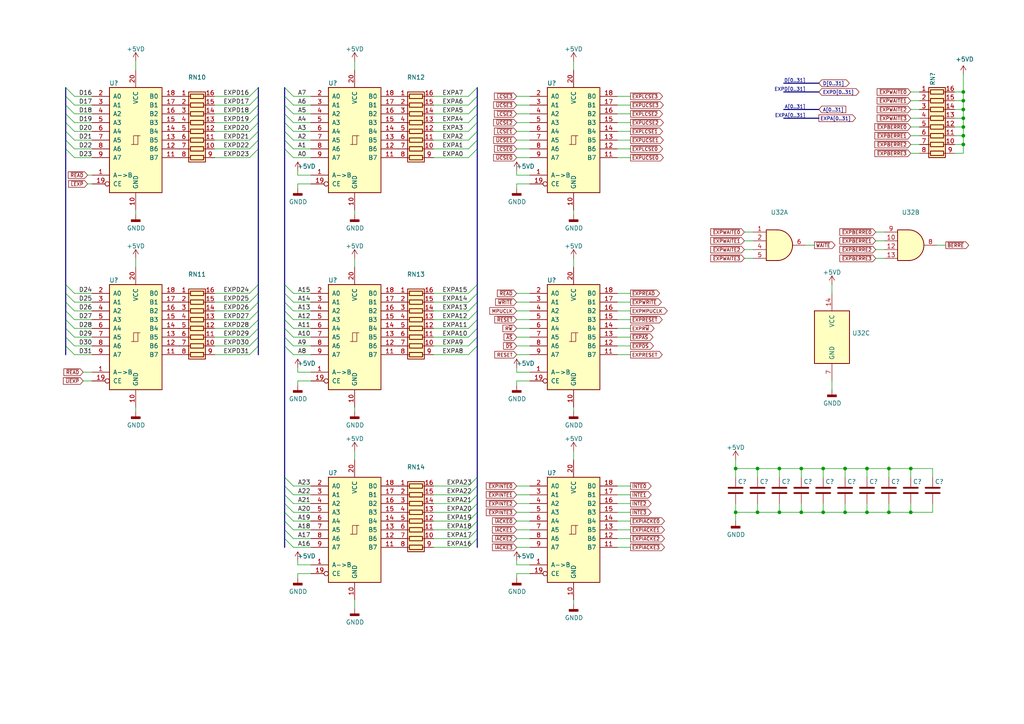
<source format=kicad_sch>
(kicad_sch (version 20211123) (generator eeschema)
  (paper "A4")
  (title_block (title "MAXI030 - 68030 based expandable computer") (date "2021-10-02") (comment 1 "Lawrence Manning"))
  (lib_symbols
    (symbol "74xx:74HC245" (pin_names (offset 1.016))
      (property "Reference" "U" (at -7.62 16.51 0))
      (property "Value" "74HC245" (at -7.62 -16.51 0))
      (symbol "74HC245_1_0"
        (pin input line (at -12.7 -10.16 0) (length 5.08) (name "A->B") (number "1"))
        (pin power_in line (at 0 -20.32 90) (length 5.08) (name "GND") (number "10"))
        (pin tri_state line (at 12.7 -5.08 180) (length 5.08) (name "B7") (number "11"))
        (pin tri_state line (at 12.7 -2.54 180) (length 5.08) (name "B6") (number "12"))
        (pin tri_state line (at 12.7 0 180) (length 5.08) (name "B5") (number "13"))
        (pin tri_state line (at 12.7 2.54 180) (length 5.08) (name "B4") (number "14"))
        (pin tri_state line (at 12.7 5.08 180) (length 5.08) (name "B3") (number "15"))
        (pin tri_state line (at 12.7 7.62 180) (length 5.08) (name "B2") (number "16"))
        (pin tri_state line (at 12.7 10.16 180) (length 5.08) (name "B1") (number "17"))
        (pin tri_state line (at 12.7 12.7 180) (length 5.08) (name "B0") (number "18"))
        (pin input inverted (at -12.7 -12.7 0) (length 5.08) (name "CE") (number "19"))
        (pin tri_state line (at -12.7 12.7 0) (length 5.08) (name "A0") (number "2"))
        (pin power_in line (at 0 20.32 270) (length 5.08) (name "VCC") (number "20"))
        (pin tri_state line (at -12.7 10.16 0) (length 5.08) (name "A1") (number "3"))
        (pin tri_state line (at -12.7 7.62 0) (length 5.08) (name "A2") (number "4"))
        (pin tri_state line (at -12.7 5.08 0) (length 5.08) (name "A3") (number "5"))
        (pin tri_state line (at -12.7 2.54 0) (length 5.08) (name "A4") (number "6"))
        (pin tri_state line (at -12.7 0 0) (length 5.08) (name "A5") (number "7"))
        (pin tri_state line (at -12.7 -2.54 0) (length 5.08) (name "A6") (number "8"))
        (pin tri_state line (at -12.7 -5.08 0) (length 5.08) (name "A7") (number "9"))
      )
    )
    (symbol "74xx:74LS21" (pin_names (offset 1.016))
      (property "Reference" "U" (at 0 1.27 0))
      (property "Value" "74LS21" (at 0 -1.27 0))
      (symbol "74LS21_1_1"
        (pin input line (at -7.62 3.81 0) (length 3.81) (name "~") (number "1"))
        (pin input line (at -7.62 1.27 0) (length 3.81) (name "~") (number "2"))
        (pin input line (at -7.62 -1.27 0) (length 3.81) (name "~") (number "4"))
        (pin input line (at -7.62 -3.81 0) (length 3.81) (name "~") (number "5"))
        (pin output line (at 7.62 0 180) (length 3.81) (name "~") (number "6"))
      )
      (symbol "74LS21_1_2"
        (pin input inverted (at -7.62 3.81 0) (length 3.81) (name "~") (number "1"))
        (pin input inverted (at -7.62 1.27 0) (length 4.826) (name "~") (number "2"))
        (pin input inverted (at -7.62 -1.27 0) (length 4.826) (name "~") (number "4"))
        (pin input inverted (at -7.62 -3.81 0) (length 3.81) (name "~") (number "5"))
        (pin output inverted (at 7.62 0 180) (length 3.81) (name "~") (number "6"))
      )
      (symbol "74LS21_2_1"
        (pin input line (at -7.62 1.27 0) (length 3.81) (name "~") (number "10"))
        (pin input line (at -7.62 -1.27 0) (length 3.81) (name "~") (number "12"))
        (pin input line (at -7.62 -3.81 0) (length 3.81) (name "~") (number "13"))
        (pin output line (at 7.62 0 180) (length 3.81) (name "~") (number "8"))
        (pin input line (at -7.62 3.81 0) (length 3.81) (name "~") (number "9"))
      )
      (symbol "74LS21_2_2"
        (pin input inverted (at -7.62 1.27 0) (length 4.826) (name "~") (number "10"))
        (pin input inverted (at -7.62 -1.27 0) (length 4.826) (name "~") (number "12"))
        (pin input inverted (at -7.62 -3.81 0) (length 3.81) (name "~") (number "13"))
        (pin output inverted (at 7.62 0 180) (length 3.81) (name "~") (number "8"))
        (pin input inverted (at -7.62 3.81 0) (length 3.81) (name "~") (number "9"))
      )
      (symbol "74LS21_3_0"
        (pin power_in line (at 0 12.7 270) (length 5.08) (name "VCC") (number "14"))
        (pin power_in line (at 0 -12.7 90) (length 5.08) (name "GND") (number "7"))
      )
    )
    (symbol "Device:C" (pin_numbers hide) (pin_names (offset 0.254))
      (property "Reference" "C" (at 0.635 2.54 0))
      (property "Value" "C" (at 0.635 -2.54 0))
      (symbol "C_1_1"
        (pin passive line (at 0 3.81 270) (length 2.794) (name "~") (number "1"))
        (pin passive line (at 0 -3.81 90) (length 2.794) (name "~") (number "2"))
      )
    )
    (symbol "Device:R_Pack08" (pin_names (offset 0) hide)
      (property "Reference" "RN" (at -12.7 0 90))
      (property "Value" "R_Pack08" (at 10.16 0 90))
      (symbol "R_Pack08_1_1"
        (pin passive line (at -10.16 -5.08 90) (length 2.54) (name "R1.1") (number "1"))
        (pin passive line (at 5.08 5.08 270) (length 2.54) (name "R7.2") (number "10"))
        (pin passive line (at 2.54 5.08 270) (length 2.54) (name "R6.2") (number "11"))
        (pin passive line (at 0 5.08 270) (length 2.54) (name "R5.2") (number "12"))
        (pin passive line (at -2.54 5.08 270) (length 2.54) (name "R4.2") (number "13"))
        (pin passive line (at -5.08 5.08 270) (length 2.54) (name "R3.2") (number "14"))
        (pin passive line (at -7.62 5.08 270) (length 2.54) (name "R2.2") (number "15"))
        (pin passive line (at -10.16 5.08 270) (length 2.54) (name "R1.2") (number "16"))
        (pin passive line (at -7.62 -5.08 90) (length 2.54) (name "R2.1") (number "2"))
        (pin passive line (at -5.08 -5.08 90) (length 2.54) (name "R3.1") (number "3"))
        (pin passive line (at -2.54 -5.08 90) (length 2.54) (name "R4.1") (number "4"))
        (pin passive line (at 0 -5.08 90) (length 2.54) (name "R5.1") (number "5"))
        (pin passive line (at 2.54 -5.08 90) (length 2.54) (name "R6.1") (number "6"))
        (pin passive line (at 5.08 -5.08 90) (length 2.54) (name "R7.1") (number "7"))
        (pin passive line (at 7.62 -5.08 90) (length 2.54) (name "R8.1") (number "8"))
        (pin passive line (at 7.62 5.08 270) (length 2.54) (name "R8.2") (number "9"))
      )
    )
    (symbol "power:+5VD" (power) (pin_names (offset 0))
      (property "Value" "+5VD" (at 0 3.556 0))
      (symbol "+5VD_1_1"
        (pin power_in line (at 0 0 90) (length 0) hide (name "+5VD") (number "1"))
      )
    )
    (symbol "power:GNDD" (power) (pin_names (offset 0))
      (property "Value" "GNDD" (at 0 -3.175 0))
      (symbol "GNDD_1_1"
        (pin power_in line (at 0 0 270) (length 0) hide (name "GNDD") (number "1"))
      )
    )
  )
  (junction (at 219.71 135.89))
  (junction (at 213.36 135.89))
  (junction (at 279.4 41.91))
  (junction (at 279.4 39.37))
  (junction (at 279.4 26.67))
  (junction (at 238.76 148.59))
  (junction (at 232.41 135.89))
  (junction (at 245.11 148.59))
  (junction (at 232.41 148.59))
  (junction (at 257.81 148.59))
  (junction (at 279.4 31.75))
  (junction (at 264.16 135.89))
  (junction (at 279.4 34.29))
  (junction (at 213.36 148.59))
  (junction (at 226.06 135.89))
  (junction (at 251.46 135.89))
  (junction (at 251.46 148.59))
  (junction (at 264.16 148.59))
  (junction (at 245.11 135.89))
  (junction (at 279.4 36.83))
  (junction (at 279.4 29.21))
  (junction (at 226.06 148.59))
  (junction (at 219.71 148.59))
  (junction (at 257.81 135.89))
  (junction (at 238.76 135.89))
  (bus_entry (at 21.59 33.02) (size -2.54 -2.54))
  (bus_entry (at 72.39 92.71) (size 2.54 -2.54))
  (bus_entry (at 135.89 87.63) (size 2.54 -2.54))
  (bus_entry (at 85.09 156.21) (size -2.54 -2.54))
  (bus_entry (at 21.59 87.63) (size -2.54 -2.54))
  (bus_entry (at 135.89 30.48) (size 2.54 -2.54))
  (bus_entry (at 72.39 35.56) (size 2.54 -2.54))
  (bus_entry (at 21.59 43.18) (size -2.54 -2.54))
  (bus_entry (at 85.09 95.25) (size -2.54 -2.54))
  (bus_entry (at 72.39 40.64) (size 2.54 -2.54))
  (bus_entry (at 135.89 153.67) (size 2.54 -2.54))
  (bus_entry (at 135.89 45.72) (size 2.54 -2.54))
  (bus_entry (at 135.89 102.87) (size 2.54 -2.54))
  (bus_entry (at 135.89 158.75) (size 2.54 -2.54))
  (bus_entry (at 135.89 40.64) (size 2.54 -2.54))
  (bus_entry (at 135.89 35.56) (size 2.54 -2.54))
  (bus_entry (at 21.59 40.64) (size -2.54 -2.54))
  (bus_entry (at 85.09 102.87) (size -2.54 -2.54))
  (bus_entry (at 85.09 153.67) (size -2.54 -2.54))
  (bus_entry (at 72.39 45.72) (size 2.54 -2.54))
  (bus_entry (at 135.89 92.71) (size 2.54 -2.54))
  (bus_entry (at 21.59 90.17) (size -2.54 -2.54))
  (bus_entry (at 72.39 87.63) (size 2.54 -2.54))
  (bus_entry (at 85.09 148.59) (size -2.54 -2.54))
  (bus_entry (at 85.09 43.18) (size -2.54 -2.54))
  (bus_entry (at 135.89 85.09) (size 2.54 -2.54))
  (bus_entry (at 85.09 45.72) (size -2.54 -2.54))
  (bus_entry (at 85.09 97.79) (size -2.54 -2.54))
  (bus_entry (at 85.09 100.33) (size -2.54 -2.54))
  (bus_entry (at 135.89 146.05) (size 2.54 -2.54))
  (bus_entry (at 85.09 143.51) (size -2.54 -2.54))
  (bus_entry (at 85.09 87.63) (size -2.54 -2.54))
  (bus_entry (at 21.59 102.87) (size -2.54 -2.54))
  (bus_entry (at 21.59 45.72) (size -2.54 -2.54))
  (bus_entry (at 135.89 148.59) (size 2.54 -2.54))
  (bus_entry (at 72.39 33.02) (size 2.54 -2.54))
  (bus_entry (at 72.39 102.87) (size 2.54 -2.54))
  (bus_entry (at 85.09 158.75) (size -2.54 -2.54))
  (bus_entry (at 72.39 95.25) (size 2.54 -2.54))
  (bus_entry (at 135.89 33.02) (size 2.54 -2.54))
  (bus_entry (at 85.09 33.02) (size -2.54 -2.54))
  (bus_entry (at 135.89 38.1) (size 2.54 -2.54))
  (bus_entry (at 21.59 97.79) (size -2.54 -2.54))
  (bus_entry (at 85.09 85.09) (size -2.54 -2.54))
  (bus_entry (at 85.09 92.71) (size -2.54 -2.54))
  (bus_entry (at 72.39 27.94) (size 2.54 -2.54))
  (bus_entry (at 135.89 151.13) (size 2.54 -2.54))
  (bus_entry (at 72.39 30.48) (size 2.54 -2.54))
  (bus_entry (at 85.09 90.17) (size -2.54 -2.54))
  (bus_entry (at 21.59 35.56) (size -2.54 -2.54))
  (bus_entry (at 21.59 92.71) (size -2.54 -2.54))
  (bus_entry (at 85.09 140.97) (size -2.54 -2.54))
  (bus_entry (at 72.39 100.33) (size 2.54 -2.54))
  (bus_entry (at 85.09 30.48) (size -2.54 -2.54))
  (bus_entry (at 72.39 90.17) (size 2.54 -2.54))
  (bus_entry (at 85.09 38.1) (size -2.54 -2.54))
  (bus_entry (at 72.39 43.18) (size 2.54 -2.54))
  (bus_entry (at 135.89 95.25) (size 2.54 -2.54))
  (bus_entry (at 21.59 30.48) (size -2.54 -2.54))
  (bus_entry (at 135.89 97.79) (size 2.54 -2.54))
  (bus_entry (at 135.89 27.94) (size 2.54 -2.54))
  (bus_entry (at 135.89 143.51) (size 2.54 -2.54))
  (bus_entry (at 72.39 38.1) (size 2.54 -2.54))
  (bus_entry (at 135.89 43.18) (size 2.54 -2.54))
  (bus_entry (at 135.89 90.17) (size 2.54 -2.54))
  (bus_entry (at 72.39 85.09) (size 2.54 -2.54))
  (bus_entry (at 21.59 85.09) (size -2.54 -2.54))
  (bus_entry (at 85.09 35.56) (size -2.54 -2.54))
  (bus_entry (at 85.09 151.13) (size -2.54 -2.54))
  (bus_entry (at 135.89 156.21) (size 2.54 -2.54))
  (bus_entry (at 85.09 146.05) (size -2.54 -2.54))
  (bus_entry (at 21.59 27.94) (size -2.54 -2.54))
  (bus_entry (at 21.59 100.33) (size -2.54 -2.54))
  (bus_entry (at 21.59 95.25) (size -2.54 -2.54))
  (bus_entry (at 85.09 27.94) (size -2.54 -2.54))
  (bus_entry (at 21.59 38.1) (size -2.54 -2.54))
  (bus_entry (at 72.39 97.79) (size 2.54 -2.54))
  (bus_entry (at 135.89 140.97) (size 2.54 -2.54))
  (bus_entry (at 85.09 40.64) (size -2.54 -2.54))
  (bus_entry (at 135.89 100.33) (size 2.54 -2.54))
  (wire (pts (xy 21.59 35.56) (xy 26.67 35.56)))
  (wire (pts (xy 245.11 148.59) (xy 238.76 148.59)))
  (wire (pts (xy 62.23 40.64) (xy 72.39 40.64)))
  (wire (pts (xy 256.54 74.93) (xy 254 74.93)))
  (bus (pts (xy 74.93 27.94) (xy 74.93 30.48)))
  (wire (pts (xy 256.54 72.39) (xy 254 72.39)))
  (wire (pts (xy 39.37 62.23) (xy 39.37 60.96)))
  (wire (pts (xy 238.76 146.05) (xy 238.76 148.59)))
  (bus (pts (xy 82.55 143.51) (xy 82.55 146.05)))
  (wire (pts (xy 21.59 87.63) (xy 26.67 87.63)))
  (wire (pts (xy 85.09 97.79) (xy 90.17 97.79)))
  (wire (pts (xy 279.4 39.37) (xy 279.4 41.91)))
  (bus (pts (xy 138.43 87.63) (xy 138.43 90.17)))
  (wire (pts (xy 149.86 163.83) (xy 149.86 162.56)))
  (wire (pts (xy 232.41 135.89) (xy 238.76 135.89)))
  (wire (pts (xy 153.67 92.71) (xy 149.86 92.71)))
  (wire (pts (xy 62.23 100.33) (xy 72.39 100.33)))
  (wire (pts (xy 153.67 45.72) (xy 149.86 45.72)))
  (bus (pts (xy 74.93 82.55) (xy 74.93 85.09)))
  (bus (pts (xy 82.55 27.94) (xy 82.55 30.48)))
  (wire (pts (xy 21.59 27.94) (xy 26.67 27.94)))
  (wire (pts (xy 232.41 146.05) (xy 232.41 148.59)))
  (wire (pts (xy 62.23 102.87) (xy 72.39 102.87)))
  (wire (pts (xy 86.36 50.8) (xy 86.36 49.53)))
  (wire (pts (xy 218.44 67.31) (xy 215.9 67.31)))
  (wire (pts (xy 85.09 95.25) (xy 90.17 95.25)))
  (wire (pts (xy 149.86 107.95) (xy 149.86 106.68)))
  (wire (pts (xy 182.88 45.72) (xy 179.07 45.72)))
  (bus (pts (xy 138.43 82.55) (xy 138.43 85.09)))
  (wire (pts (xy 85.09 158.75) (xy 90.17 158.75)))
  (bus (pts (xy 74.93 90.17) (xy 74.93 92.71)))
  (bus (pts (xy 138.43 90.17) (xy 138.43 92.71)))
  (bus (pts (xy 138.43 95.25) (xy 138.43 97.79)))
  (wire (pts (xy 266.7 34.29) (xy 264.16 34.29)))
  (wire (pts (xy 232.41 135.89) (xy 232.41 138.43)))
  (bus (pts (xy 138.43 138.43) (xy 138.43 140.97)))
  (wire (pts (xy 85.09 153.67) (xy 90.17 153.67)))
  (wire (pts (xy 102.87 173.99) (xy 102.87 176.53)))
  (wire (pts (xy 153.67 140.97) (xy 149.86 140.97)))
  (wire (pts (xy 238.76 148.59) (xy 232.41 148.59)))
  (bus (pts (xy 19.05 35.56) (xy 19.05 38.1)))
  (wire (pts (xy 182.88 27.94) (xy 179.07 27.94)))
  (bus (pts (xy 74.93 100.33) (xy 74.93 102.87)))
  (bus (pts (xy 138.43 156.21) (xy 138.43 158.75)))
  (wire (pts (xy 125.73 90.17) (xy 135.89 90.17)))
  (bus (pts (xy 138.43 33.02) (xy 138.43 35.56)))
  (bus (pts (xy 82.55 156.21) (xy 82.55 158.75)))
  (bus (pts (xy 74.93 95.25) (xy 74.93 97.79)))
  (wire (pts (xy 279.4 34.29) (xy 279.4 31.75)))
  (bus (pts (xy 138.43 143.51) (xy 138.43 146.05)))
  (wire (pts (xy 21.59 92.71) (xy 26.67 92.71)))
  (wire (pts (xy 125.73 87.63) (xy 135.89 87.63)))
  (bus (pts (xy 138.43 25.4) (xy 138.43 27.94)))
  (wire (pts (xy 257.81 138.43) (xy 257.81 135.89)))
  (wire (pts (xy 241.3 113.03) (xy 241.3 110.49)))
  (bus (pts (xy 227.33 24.13) (xy 237.49 24.13)))
  (wire (pts (xy 182.88 97.79) (xy 179.07 97.79)))
  (wire (pts (xy 153.67 100.33) (xy 149.86 100.33)))
  (bus (pts (xy 138.43 85.09) (xy 138.43 87.63)))
  (bus (pts (xy 82.55 153.67) (xy 82.55 156.21)))
  (wire (pts (xy 86.36 53.34) (xy 86.36 54.61)))
  (wire (pts (xy 153.67 53.34) (xy 149.86 53.34)))
  (wire (pts (xy 276.86 36.83) (xy 279.4 36.83)))
  (wire (pts (xy 276.86 29.21) (xy 279.4 29.21)))
  (wire (pts (xy 85.09 143.51) (xy 90.17 143.51)))
  (bus (pts (xy 138.43 151.13) (xy 138.43 153.67)))
  (wire (pts (xy 182.88 30.48) (xy 179.07 30.48)))
  (wire (pts (xy 62.23 90.17) (xy 72.39 90.17)))
  (wire (pts (xy 182.88 35.56) (xy 179.07 35.56)))
  (bus (pts (xy 138.43 153.67) (xy 138.43 156.21)))
  (wire (pts (xy 149.86 102.87) (xy 153.67 102.87)))
  (wire (pts (xy 213.36 148.59) (xy 213.36 151.13)))
  (bus (pts (xy 19.05 40.64) (xy 19.05 43.18)))
  (bus (pts (xy 74.93 87.63) (xy 74.93 90.17)))
  (wire (pts (xy 85.09 102.87) (xy 90.17 102.87)))
  (wire (pts (xy 276.86 39.37) (xy 279.4 39.37)))
  (wire (pts (xy 85.09 140.97) (xy 90.17 140.97)))
  (bus (pts (xy 82.55 40.64) (xy 82.55 43.18)))
  (wire (pts (xy 182.88 140.97) (xy 179.07 140.97)))
  (wire (pts (xy 182.88 153.67) (xy 179.07 153.67)))
  (wire (pts (xy 125.73 140.97) (xy 135.89 140.97)))
  (wire (pts (xy 149.86 110.49) (xy 149.86 111.76)))
  (wire (pts (xy 85.09 92.71) (xy 90.17 92.71)))
  (wire (pts (xy 62.23 95.25) (xy 72.39 95.25)))
  (wire (pts (xy 21.59 102.87) (xy 26.67 102.87)))
  (wire (pts (xy 102.87 118.11) (xy 102.87 119.38)))
  (wire (pts (xy 153.67 156.21) (xy 149.86 156.21)))
  (bus (pts (xy 74.93 92.71) (xy 74.93 95.25)))
  (wire (pts (xy 166.37 133.35) (xy 166.37 130.81)))
  (wire (pts (xy 233.68 71.12) (xy 236.22 71.12)))
  (bus (pts (xy 82.55 140.97) (xy 82.55 143.51)))
  (wire (pts (xy 279.4 44.45) (xy 276.86 44.45)))
  (bus (pts (xy 138.43 35.56) (xy 138.43 38.1)))
  (wire (pts (xy 251.46 146.05) (xy 251.46 148.59)))
  (wire (pts (xy 125.73 92.71) (xy 135.89 92.71)))
  (wire (pts (xy 62.23 43.18) (xy 72.39 43.18)))
  (wire (pts (xy 153.67 27.94) (xy 149.86 27.94)))
  (wire (pts (xy 85.09 151.13) (xy 90.17 151.13)))
  (wire (pts (xy 85.09 30.48) (xy 90.17 30.48)))
  (wire (pts (xy 85.09 85.09) (xy 90.17 85.09)))
  (bus (pts (xy 19.05 87.63) (xy 19.05 90.17)))
  (wire (pts (xy 266.7 29.21) (xy 264.16 29.21)))
  (wire (pts (xy 85.09 43.18) (xy 90.17 43.18)))
  (wire (pts (xy 125.73 97.79) (xy 135.89 97.79)))
  (bus (pts (xy 82.55 35.56) (xy 82.55 38.1)))
  (wire (pts (xy 125.73 148.59) (xy 135.89 148.59)))
  (wire (pts (xy 219.71 148.59) (xy 213.36 148.59)))
  (bus (pts (xy 74.93 38.1) (xy 74.93 40.64)))
  (wire (pts (xy 86.36 163.83) (xy 90.17 163.83)))
  (wire (pts (xy 182.88 102.87) (xy 179.07 102.87)))
  (wire (pts (xy 153.67 33.02) (xy 149.86 33.02)))
  (wire (pts (xy 182.88 146.05) (xy 179.07 146.05)))
  (wire (pts (xy 226.06 146.05) (xy 226.06 148.59)))
  (bus (pts (xy 19.05 27.94) (xy 19.05 30.48)))
  (wire (pts (xy 62.23 30.48) (xy 72.39 30.48)))
  (bus (pts (xy 82.55 151.13) (xy 82.55 153.67)))
  (wire (pts (xy 256.54 67.31) (xy 254 67.31)))
  (wire (pts (xy 264.16 135.89) (xy 270.51 135.89)))
  (wire (pts (xy 125.73 40.64) (xy 135.89 40.64)))
  (wire (pts (xy 238.76 135.89) (xy 245.11 135.89)))
  (wire (pts (xy 257.81 135.89) (xy 264.16 135.89)))
  (wire (pts (xy 251.46 135.89) (xy 251.46 138.43)))
  (wire (pts (xy 86.36 107.95) (xy 90.17 107.95)))
  (wire (pts (xy 245.11 138.43) (xy 245.11 135.89)))
  (wire (pts (xy 85.09 146.05) (xy 90.17 146.05)))
  (bus (pts (xy 19.05 95.25) (xy 19.05 97.79)))
  (wire (pts (xy 153.67 43.18) (xy 149.86 43.18)))
  (wire (pts (xy 276.86 41.91) (xy 279.4 41.91)))
  (wire (pts (xy 219.71 135.89) (xy 226.06 135.89)))
  (bus (pts (xy 82.55 85.09) (xy 82.55 87.63)))
  (bus (pts (xy 19.05 90.17) (xy 19.05 92.71)))
  (bus (pts (xy 82.55 33.02) (xy 82.55 35.56)))
  (wire (pts (xy 21.59 95.25) (xy 26.67 95.25)))
  (wire (pts (xy 264.16 148.59) (xy 257.81 148.59)))
  (wire (pts (xy 245.11 135.89) (xy 251.46 135.89)))
  (wire (pts (xy 226.06 148.59) (xy 219.71 148.59)))
  (wire (pts (xy 251.46 148.59) (xy 245.11 148.59)))
  (wire (pts (xy 153.67 143.51) (xy 149.86 143.51)))
  (wire (pts (xy 182.88 38.1) (xy 179.07 38.1)))
  (wire (pts (xy 125.73 153.67) (xy 135.89 153.67)))
  (wire (pts (xy 266.7 41.91) (xy 264.16 41.91)))
  (wire (pts (xy 125.73 151.13) (xy 135.89 151.13)))
  (wire (pts (xy 149.86 163.83) (xy 153.67 163.83)))
  (wire (pts (xy 218.44 72.39) (xy 215.9 72.39)))
  (wire (pts (xy 21.59 30.48) (xy 26.67 30.48)))
  (wire (pts (xy 102.87 62.23) (xy 102.87 60.96)))
  (wire (pts (xy 166.37 20.32) (xy 166.37 17.78)))
  (wire (pts (xy 213.36 146.05) (xy 213.36 148.59)))
  (wire (pts (xy 153.67 38.1) (xy 149.86 38.1)))
  (wire (pts (xy 149.86 50.8) (xy 149.86 49.53)))
  (wire (pts (xy 213.36 135.89) (xy 219.71 135.89)))
  (wire (pts (xy 279.4 34.29) (xy 279.4 36.83)))
  (wire (pts (xy 153.67 166.37) (xy 149.86 166.37)))
  (bus (pts (xy 82.55 148.59) (xy 82.55 151.13)))
  (wire (pts (xy 153.67 40.64) (xy 149.86 40.64)))
  (bus (pts (xy 138.43 27.94) (xy 138.43 30.48)))
  (wire (pts (xy 125.73 33.02) (xy 135.89 33.02)))
  (wire (pts (xy 85.09 90.17) (xy 90.17 90.17)))
  (wire (pts (xy 125.73 143.51) (xy 135.89 143.51)))
  (wire (pts (xy 62.23 33.02) (xy 72.39 33.02)))
  (wire (pts (xy 39.37 20.32) (xy 39.37 17.78)))
  (wire (pts (xy 166.37 173.99) (xy 166.37 175.26)))
  (wire (pts (xy 21.59 33.02) (xy 26.67 33.02)))
  (bus (pts (xy 74.93 40.64) (xy 74.93 43.18)))
  (wire (pts (xy 270.51 148.59) (xy 264.16 148.59)))
  (wire (pts (xy 153.67 30.48) (xy 149.86 30.48)))
  (wire (pts (xy 232.41 148.59) (xy 226.06 148.59)))
  (wire (pts (xy 153.67 35.56) (xy 149.86 35.56)))
  (wire (pts (xy 182.88 90.17) (xy 179.07 90.17)))
  (bus (pts (xy 19.05 25.4) (xy 19.05 27.94)))
  (bus (pts (xy 19.05 82.55) (xy 19.05 85.09)))
  (wire (pts (xy 86.36 163.83) (xy 86.36 162.56)))
  (bus (pts (xy 19.05 85.09) (xy 19.05 87.63)))
  (wire (pts (xy 21.59 100.33) (xy 26.67 100.33)))
  (wire (pts (xy 251.46 135.89) (xy 257.81 135.89)))
  (wire (pts (xy 182.88 156.21) (xy 179.07 156.21)))
  (wire (pts (xy 21.59 40.64) (xy 26.67 40.64)))
  (wire (pts (xy 182.88 151.13) (xy 179.07 151.13)))
  (wire (pts (xy 102.87 20.32) (xy 102.87 17.78)))
  (bus (pts (xy 82.55 90.17) (xy 82.55 92.71)))
  (wire (pts (xy 149.86 107.95) (xy 153.67 107.95)))
  (wire (pts (xy 276.86 34.29) (xy 279.4 34.29)))
  (wire (pts (xy 213.36 135.89) (xy 213.36 138.43)))
  (wire (pts (xy 153.67 146.05) (xy 149.86 146.05)))
  (wire (pts (xy 39.37 118.11) (xy 39.37 119.38)))
  (wire (pts (xy 257.81 148.59) (xy 251.46 148.59)))
  (wire (pts (xy 26.67 50.8) (xy 25.4 50.8)))
  (bus (pts (xy 74.93 43.18) (xy 74.93 82.55)))
  (wire (pts (xy 125.73 95.25) (xy 135.89 95.25)))
  (wire (pts (xy 153.67 151.13) (xy 149.86 151.13)))
  (wire (pts (xy 166.37 77.47) (xy 166.37 74.93)))
  (bus (pts (xy 19.05 92.71) (xy 19.05 95.25)))
  (wire (pts (xy 85.09 156.21) (xy 90.17 156.21)))
  (wire (pts (xy 264.16 138.43) (xy 264.16 135.89)))
  (wire (pts (xy 149.86 53.34) (xy 149.86 54.61)))
  (wire (pts (xy 266.7 31.75) (xy 264.16 31.75)))
  (wire (pts (xy 276.86 31.75) (xy 279.4 31.75)))
  (bus (pts (xy 74.93 33.02) (xy 74.93 35.56)))
  (bus (pts (xy 82.55 138.43) (xy 82.55 140.97)))
  (wire (pts (xy 219.71 138.43) (xy 219.71 135.89)))
  (bus (pts (xy 227.33 34.29) (xy 237.49 34.29)))
  (wire (pts (xy 153.67 90.17) (xy 149.86 90.17)))
  (wire (pts (xy 182.88 148.59) (xy 179.07 148.59)))
  (wire (pts (xy 86.36 110.49) (xy 86.36 111.76)))
  (wire (pts (xy 153.67 110.49) (xy 149.86 110.49)))
  (bus (pts (xy 19.05 100.33) (xy 19.05 102.87)))
  (wire (pts (xy 102.87 133.35) (xy 102.87 130.81)))
  (bus (pts (xy 138.43 92.71) (xy 138.43 95.25)))
  (wire (pts (xy 85.09 100.33) (xy 90.17 100.33)))
  (bus (pts (xy 82.55 82.55) (xy 82.55 85.09)))
  (bus (pts (xy 74.93 30.48) (xy 74.93 33.02)))
  (wire (pts (xy 21.59 38.1) (xy 26.67 38.1)))
  (bus (pts (xy 19.05 43.18) (xy 19.05 82.55)))
  (bus (pts (xy 138.43 43.18) (xy 138.43 82.55)))
  (wire (pts (xy 90.17 53.34) (xy 86.36 53.34)))
  (wire (pts (xy 125.73 38.1) (xy 135.89 38.1)))
  (wire (pts (xy 153.67 85.09) (xy 149.86 85.09)))
  (bus (pts (xy 74.93 25.4) (xy 74.93 27.94)))
  (bus (pts (xy 227.33 26.67) (xy 237.49 26.67)))
  (wire (pts (xy 125.73 43.18) (xy 135.89 43.18)))
  (wire (pts (xy 274.32 71.12) (xy 271.78 71.12)))
  (wire (pts (xy 21.59 90.17) (xy 26.67 90.17)))
  (bus (pts (xy 82.55 25.4) (xy 82.55 27.94)))
  (wire (pts (xy 90.17 166.37) (xy 86.36 166.37)))
  (wire (pts (xy 39.37 77.47) (xy 39.37 74.93)))
  (wire (pts (xy 125.73 158.75) (xy 135.89 158.75)))
  (bus (pts (xy 19.05 30.48) (xy 19.05 33.02)))
  (wire (pts (xy 102.87 77.47) (xy 102.87 74.93)))
  (wire (pts (xy 276.86 26.67) (xy 279.4 26.67)))
  (wire (pts (xy 85.09 27.94) (xy 90.17 27.94)))
  (wire (pts (xy 26.67 53.34) (xy 25.4 53.34)))
  (bus (pts (xy 19.05 33.02) (xy 19.05 35.56)))
  (bus (pts (xy 138.43 40.64) (xy 138.43 43.18)))
  (bus (pts (xy 138.43 140.97) (xy 138.43 143.51)))
  (wire (pts (xy 266.7 36.83) (xy 264.16 36.83)))
  (bus (pts (xy 82.55 100.33) (xy 82.55 138.43)))
  (wire (pts (xy 26.67 110.49) (xy 24.13 110.49)))
  (wire (pts (xy 270.51 146.05) (xy 270.51 148.59)))
  (wire (pts (xy 85.09 45.72) (xy 90.17 45.72)))
  (wire (pts (xy 256.54 69.85) (xy 254 69.85)))
  (wire (pts (xy 85.09 40.64) (xy 90.17 40.64)))
  (wire (pts (xy 153.67 95.25) (xy 149.86 95.25)))
  (bus (pts (xy 82.55 97.79) (xy 82.55 100.33)))
  (wire (pts (xy 86.36 107.95) (xy 86.36 106.68)))
  (bus (pts (xy 19.05 97.79) (xy 19.05 100.33)))
  (wire (pts (xy 62.23 97.79) (xy 72.39 97.79)))
  (wire (pts (xy 182.88 100.33) (xy 179.07 100.33)))
  (wire (pts (xy 218.44 69.85) (xy 215.9 69.85)))
  (wire (pts (xy 279.4 36.83) (xy 279.4 39.37)))
  (bus (pts (xy 74.93 85.09) (xy 74.93 87.63)))
  (bus (pts (xy 227.33 31.75) (xy 237.49 31.75)))
  (bus (pts (xy 74.93 97.79) (xy 74.93 100.33)))
  (wire (pts (xy 266.7 44.45) (xy 264.16 44.45)))
  (wire (pts (xy 125.73 30.48) (xy 135.89 30.48)))
  (wire (pts (xy 266.7 39.37) (xy 264.16 39.37)))
  (wire (pts (xy 85.09 38.1) (xy 90.17 38.1)))
  (wire (pts (xy 219.71 146.05) (xy 219.71 148.59)))
  (wire (pts (xy 166.37 62.23) (xy 166.37 60.96)))
  (wire (pts (xy 85.09 148.59) (xy 90.17 148.59)))
  (bus (pts (xy 82.55 87.63) (xy 82.55 90.17)))
  (wire (pts (xy 279.4 21.59) (xy 279.4 26.67)))
  (wire (pts (xy 182.88 40.64) (xy 179.07 40.64)))
  (wire (pts (xy 125.73 100.33) (xy 135.89 100.33)))
  (bus (pts (xy 82.55 146.05) (xy 82.55 148.59)))
  (wire (pts (xy 218.44 74.93) (xy 215.9 74.93)))
  (wire (pts (xy 153.67 153.67) (xy 149.86 153.67)))
  (wire (pts (xy 125.73 27.94) (xy 135.89 27.94)))
  (wire (pts (xy 238.76 138.43) (xy 238.76 135.89)))
  (wire (pts (xy 270.51 135.89) (xy 270.51 138.43)))
  (bus (pts (xy 138.43 38.1) (xy 138.43 40.64)))
  (wire (pts (xy 245.11 146.05) (xy 245.11 148.59)))
  (wire (pts (xy 266.7 26.67) (xy 264.16 26.67)))
  (wire (pts (xy 241.3 85.09) (xy 241.3 82.55)))
  (wire (pts (xy 153.67 148.59) (xy 149.86 148.59)))
  (wire (pts (xy 125.73 85.09) (xy 135.89 85.09)))
  (wire (pts (xy 182.88 143.51) (xy 179.07 143.51)))
  (wire (pts (xy 125.73 146.05) (xy 135.89 146.05)))
  (wire (pts (xy 182.88 85.09) (xy 179.07 85.09)))
  (wire (pts (xy 62.23 92.71) (xy 72.39 92.71)))
  (wire (pts (xy 85.09 87.63) (xy 90.17 87.63)))
  (bus (pts (xy 138.43 148.59) (xy 138.43 151.13)))
  (wire (pts (xy 21.59 85.09) (xy 26.67 85.09)))
  (wire (pts (xy 213.36 133.35) (xy 213.36 135.89)))
  (wire (pts (xy 62.23 35.56) (xy 72.39 35.56)))
  (bus (pts (xy 82.55 30.48) (xy 82.55 33.02)))
  (wire (pts (xy 62.23 45.72) (xy 72.39 45.72)))
  (bus (pts (xy 82.55 92.71) (xy 82.55 95.25)))
  (wire (pts (xy 153.67 87.63) (xy 149.86 87.63)))
  (wire (pts (xy 182.88 92.71) (xy 179.07 92.71)))
  (wire (pts (xy 182.88 87.63) (xy 179.07 87.63)))
  (wire (pts (xy 182.88 95.25) (xy 179.07 95.25)))
  (wire (pts (xy 226.06 138.43) (xy 226.06 135.89)))
  (bus (pts (xy 74.93 35.56) (xy 74.93 38.1)))
  (wire (pts (xy 125.73 102.87) (xy 135.89 102.87)))
  (wire (pts (xy 125.73 45.72) (xy 135.89 45.72)))
  (wire (pts (xy 21.59 97.79) (xy 26.67 97.79)))
  (bus (pts (xy 82.55 38.1) (xy 82.55 40.64)))
  (wire (pts (xy 90.17 110.49) (xy 86.36 110.49)))
  (bus (pts (xy 138.43 97.79) (xy 138.43 100.33)))
  (wire (pts (xy 149.86 50.8) (xy 153.67 50.8)))
  (wire (pts (xy 182.88 43.18) (xy 179.07 43.18)))
  (wire (pts (xy 279.4 26.67) (xy 279.4 29.21)))
  (wire (pts (xy 149.86 97.79) (xy 153.67 97.79)))
  (wire (pts (xy 85.09 33.02) (xy 90.17 33.02)))
  (wire (pts (xy 125.73 156.21) (xy 135.89 156.21)))
  (wire (pts (xy 182.88 33.02) (xy 179.07 33.02)))
  (wire (pts (xy 62.23 85.09) (xy 72.39 85.09)))
  (wire (pts (xy 153.67 158.75) (xy 149.86 158.75)))
  (wire (pts (xy 62.23 87.63) (xy 72.39 87.63)))
  (wire (pts (xy 166.37 118.11) (xy 166.37 119.38)))
  (wire (pts (xy 62.23 38.1) (xy 72.39 38.1)))
  (bus (pts (xy 138.43 146.05) (xy 138.43 148.59)))
  (wire (pts (xy 62.23 27.94) (xy 72.39 27.94)))
  (bus (pts (xy 19.05 38.1) (xy 19.05 40.64)))
  (wire (pts (xy 257.81 146.05) (xy 257.81 148.59)))
  (wire (pts (xy 21.59 43.18) (xy 26.67 43.18)))
  (wire (pts (xy 86.36 50.8) (xy 90.17 50.8)))
  (bus (pts (xy 82.55 43.18) (xy 82.55 82.55)))
  (wire (pts (xy 279.4 29.21) (xy 279.4 31.75)))
  (wire (pts (xy 86.36 166.37) (xy 86.36 167.64)))
  (wire (pts (xy 26.67 107.95) (xy 24.13 107.95)))
  (wire (pts (xy 226.06 135.89) (xy 232.41 135.89)))
  (bus (pts (xy 138.43 30.48) (xy 138.43 33.02)))
  (wire (pts (xy 279.4 41.91) (xy 279.4 44.45)))
  (wire (pts (xy 125.73 35.56) (xy 135.89 35.56)))
  (wire (pts (xy 264.16 146.05) (xy 264.16 148.59)))
  (wire (pts (xy 149.86 166.37) (xy 149.86 167.64)))
  (wire (pts (xy 21.59 45.72) (xy 26.67 45.72)))
  (bus (pts (xy 82.55 95.25) (xy 82.55 97.79)))
  (wire (pts (xy 85.09 35.56) (xy 90.17 35.56)))
  (wire (pts (xy 182.88 158.75) (xy 179.07 158.75)))
  (bus (pts (xy 138.43 100.33) (xy 138.43 138.43)))
  (label "EXPD29" (at 64.77 97.79 0))
  (label "D29" (at 22.86 97.79 0))
  (label "EXPA1" (at 128.27 43.18 0))
  (label "A20" (at 86.36 148.59 0))
  (label "EXPD18" (at 64.77 33.02 0))
  (label "A7" (at 86.36 27.94 0))
  (label "D22" (at 22.86 43.18 0))
  (label "D31" (at 22.86 102.87 0))
  (label "D19" (at 22.86 35.56 0))
  (label "EXPA9" (at 128.27 100.33 0))
  (label "A1" (at 86.36 43.18 0))
  (label "EXPA20" (at 129.54 148.59 0))
  (label "EXPA3" (at 128.27 38.1 0))
  (label "A4" (at 86.36 35.56 0))
  (label "A8" (at 86.36 102.87 0))
  (label "EXPA11" (at 128.27 95.25 0))
  (label "D25" (at 22.86 87.63 0))
  (label "A5" (at 86.36 33.02 0))
  (label "EXPD22" (at 64.77 43.18 0))
  (label "A2" (at 86.36 40.64 0))
  (label "EXPD17" (at 64.77 30.48 0))
  (label "A[0..31]" (at 233.68 31.75 180) (effects (font (size 0.9906 0.9906))))
  (label "A11" (at 86.36 95.25 0))
  (label "EXPA0" (at 128.27 45.72 0))
  (label "D24" (at 22.86 85.09 0))
  (label "D27" (at 22.86 92.71 0))
  (label "EXPA22" (at 129.54 143.51 0))
  (label "EXPA19" (at 129.54 151.13 0))
  (label "A15" (at 86.36 85.09 0))
  (label "EXPD19" (at 64.77 35.56 0))
  (label "D18" (at 22.86 33.02 0))
  (label "EXPD26" (at 64.77 90.17 0))
  (label "EXPD25" (at 64.77 87.63 0))
  (label "EXPA13" (at 128.27 90.17 0))
  (label "A3" (at 86.36 38.1 0))
  (label "EXPD16" (at 64.77 27.94 0))
  (label "EXPD27" (at 64.77 92.71 0))
  (label "EXPA15" (at 128.27 85.09 0))
  (label "EXPA16" (at 129.54 158.75 0))
  (label "D28" (at 22.86 95.25 0))
  (label "D23" (at 22.86 45.72 0))
  (label "EXPA21" (at 129.54 146.05 0))
  (label "A10" (at 86.36 97.79 0))
  (label "A12" (at 86.36 92.71 0))
  (label "EXPA8" (at 128.27 102.87 0))
  (label "EXPA12" (at 128.27 92.71 0))
  (label "A13" (at 86.36 90.17 0))
  (label "A16" (at 86.36 158.75 0))
  (label "A0" (at 86.36 45.72 0))
  (label "EXPA7" (at 128.27 27.94 0))
  (label "A18" (at 86.36 153.67 0))
  (label "D21" (at 22.86 40.64 0))
  (label "EXPD24" (at 64.77 85.09 0))
  (label "EXPA4" (at 128.27 35.56 0))
  (label "EXPD30" (at 64.77 100.33 0))
  (label "EXPA5" (at 128.27 33.02 0))
  (label "A14" (at 86.36 87.63 0))
  (label "EXPD20" (at 64.77 38.1 0))
  (label "D[0..31]" (at 233.68 24.13 180) (effects (font (size 0.9906 0.9906))))
  (label "D20" (at 22.86 38.1 0))
  (label "EXPA18" (at 129.54 153.67 0))
  (label "EXPA23" (at 129.54 140.97 0))
  (label "EXPD28" (at 64.77 95.25 0))
  (label "EXPA10" (at 128.27 97.79 0))
  (label "D16" (at 22.86 27.94 0))
  (label "EXPD[0..31]" (at 233.68 26.67 180) (effects (font (size 0.9906 0.9906))))
  (label "A17" (at 86.36 156.21 0))
  (label "D26" (at 22.86 90.17 0))
  (label "EXPD31" (at 64.77 102.87 0))
  (label "D17" (at 22.86 30.48 0))
  (label "EXPA[0..31]" (at 233.68 34.29 180) (effects (font (size 0.9906 0.9906))))
  (label "A6" (at 86.36 30.48 0))
  (label "A9" (at 86.36 100.33 0))
  (label "EXPD23" (at 64.77 45.72 0))
  (label "A22" (at 86.36 143.51 0))
  (label "EXPA2" (at 128.27 40.64 0))
  (label "EXPA6" (at 128.27 30.48 0))
  (label "D30" (at 22.86 100.33 0))
  (label "A19" (at 86.36 151.13 0))
  (label "EXPD21" (at 64.77 40.64 0))
  (label "EXPA14" (at 128.27 87.63 0))
  (label "A23" (at 86.36 140.97 0))
  (label "A21" (at 86.36 146.05 0))
  (label "EXPA17" (at 129.54 156.21 0))
  (global_label "~{EXPWRITE}" (shape output) (at 182.88 87.63 0) (effects (font (size 0.9906 0.9906))) (property "Intersheet References" "${INTERSHEET_REFS}" (effects hide)))
  (global_label "EXPR~{W}" (shape output) (at 182.88 95.25 0) (effects (font (size 0.9906 0.9906))) (property "Intersheet References" "${INTERSHEET_REFS}" (effects hide)))
  (global_label "~{EXPWAITE2}" (shape input) (at 215.9 72.39 180) (effects (font (size 0.9906 0.9906))) (property "Intersheet References" "${INTERSHEET_REFS}" (effects hide)))
  (global_label "~{EXPWAITE0}" (shape input) (at 215.9 67.31 180) (effects (font (size 0.9906 0.9906))) (property "Intersheet References" "${INTERSHEET_REFS}" (effects hide)))
  (global_label "~{EXPUCSE3}" (shape output) (at 182.88 30.48 0) (effects (font (size 0.9906 0.9906))) (property "Intersheet References" "${INTERSHEET_REFS}" (effects hide)))
  (global_label "~{EXPBERRE0}" (shape input) (at 254 67.31 180) (effects (font (size 0.9906 0.9906))) (property "Intersheet References" "${INTERSHEET_REFS}" (effects hide)))
  (global_label "~{IACKE0}" (shape input) (at 149.86 151.13 180) (effects (font (size 0.9906 0.9906))) (property "Intersheet References" "${INTERSHEET_REFS}" (effects hide)))
  (global_label "D[0..31]" (shape bidirectional) (at 237.49 24.13 0) (effects (font (size 0.9906 0.9906))) (property "Intersheet References" "${INTERSHEET_REFS}" (effects hide)))
  (global_label "EXPMPUCLK" (shape output) (at 182.88 90.17 0) (effects (font (size 0.9906 0.9906))) (property "Intersheet References" "${INTERSHEET_REFS}" (effects hide)))
  (global_label "~{AS}" (shape input) (at 149.86 97.79 180) (effects (font (size 0.9906 0.9906))) (property "Intersheet References" "${INTERSHEET_REFS}" (effects hide)))
  (global_label "A[0..31]" (shape input) (at 237.49 31.75 0) (effects (font (size 0.9906 0.9906))) (property "Intersheet References" "${INTERSHEET_REFS}" (effects hide)))
  (global_label "~{EXPWAITE2}" (shape input) (at 264.16 31.75 180) (effects (font (size 0.9906 0.9906))) (property "Intersheet References" "${INTERSHEET_REFS}" (effects hide)))
  (global_label "~{EXPINTE1}" (shape input) (at 149.86 143.51 180) (effects (font (size 0.9906 0.9906))) (property "Intersheet References" "${INTERSHEET_REFS}" (effects hide)))
  (global_label "~{IACKE1}" (shape input) (at 149.86 153.67 180) (effects (font (size 0.9906 0.9906))) (property "Intersheet References" "${INTERSHEET_REFS}" (effects hide)))
  (global_label "EXPD[0..31]" (shape bidirectional) (at 237.49 26.67 0) (effects (font (size 0.9906 0.9906))) (property "Intersheet References" "${INTERSHEET_REFS}" (effects hide)))
  (global_label "~{EXPINTE0}" (shape input) (at 149.86 140.97 180) (effects (font (size 0.9906 0.9906))) (property "Intersheet References" "${INTERSHEET_REFS}" (effects hide)))
  (global_label "~{EXPWAITE3}" (shape input) (at 215.9 74.93 180) (effects (font (size 0.9906 0.9906))) (property "Intersheet References" "${INTERSHEET_REFS}" (effects hide)))
  (global_label "~{READ}" (shape input) (at 25.4 50.8 180) (effects (font (size 0.9906 0.9906))) (property "Intersheet References" "${INTERSHEET_REFS}" (effects hide)))
  (global_label "~{BERRE}" (shape output) (at 274.32 71.12 0) (effects (font (size 0.9906 0.9906))) (property "Intersheet References" "${INTERSHEET_REFS}" (effects hide)))
  (global_label "~{EXPWAITE3}" (shape input) (at 264.16 34.29 180) (effects (font (size 0.9906 0.9906))) (property "Intersheet References" "${INTERSHEET_REFS}" (effects hide)))
  (global_label "~{EXPBERRE0}" (shape input) (at 264.16 36.83 180) (effects (font (size 0.9906 0.9906))) (property "Intersheet References" "${INTERSHEET_REFS}" (effects hide)))
  (global_label "~{LEXP}" (shape input) (at 25.4 53.34 180) (effects (font (size 0.9906 0.9906))) (property "Intersheet References" "${INTERSHEET_REFS}" (effects hide)))
  (global_label "~{EXPIACKE3}" (shape output) (at 182.88 158.75 0) (effects (font (size 0.9906 0.9906))) (property "Intersheet References" "${INTERSHEET_REFS}" (effects hide)))
  (global_label "~{WRITE}" (shape input) (at 149.86 87.63 180) (effects (font (size 0.9906 0.9906))) (property "Intersheet References" "${INTERSHEET_REFS}" (effects hide)))
  (global_label "~{EXPBERRE1}" (shape input) (at 254 69.85 180) (effects (font (size 0.9906 0.9906))) (property "Intersheet References" "${INTERSHEET_REFS}" (effects hide)))
  (global_label "~{EXPLCSE1}" (shape output) (at 182.88 38.1 0) (effects (font (size 0.9906 0.9906))) (property "Intersheet References" "${INTERSHEET_REFS}" (effects hide)))
  (global_label "~{EXPUCSE0}" (shape output) (at 182.88 45.72 0) (effects (font (size 0.9906 0.9906))) (property "Intersheet References" "${INTERSHEET_REFS}" (effects hide)))
  (global_label "~{EXPWAITE0}" (shape input) (at 264.16 26.67 180) (effects (font (size 0.9906 0.9906))) (property "Intersheet References" "${INTERSHEET_REFS}" (effects hide)))
  (global_label "~{EXPINTE2}" (shape input) (at 149.86 146.05 180) (effects (font (size 0.9906 0.9906))) (property "Intersheet References" "${INTERSHEET_REFS}" (effects hide)))
  (global_label "~{EXPDS}" (shape output) (at 182.88 100.33 0) (effects (font (size 0.9906 0.9906))) (property "Intersheet References" "${INTERSHEET_REFS}" (effects hide)))
  (global_label "~{EXPBERRE2}" (shape input) (at 254 72.39 180) (effects (font (size 0.9906 0.9906))) (property "Intersheet References" "${INTERSHEET_REFS}" (effects hide)))
  (global_label "~{WAITE}" (shape output) (at 236.22 71.12 0) (effects (font (size 0.9906 0.9906))) (property "Intersheet References" "${INTERSHEET_REFS}" (effects hide)))
  (global_label "~{EXPIACKE0}" (shape output) (at 182.88 151.13 0) (effects (font (size 0.9906 0.9906))) (property "Intersheet References" "${INTERSHEET_REFS}" (effects hide)))
  (global_label "~{INTE0}" (shape output) (at 182.88 140.97 0) (effects (font (size 0.9906 0.9906))) (property "Intersheet References" "${INTERSHEET_REFS}" (effects hide)))
  (global_label "~{EXPBERRE3}" (shape input) (at 254 74.93 180) (effects (font (size 0.9906 0.9906))) (property "Intersheet References" "${INTERSHEET_REFS}" (effects hide)))
  (global_label "~{UCSE1}" (shape input) (at 149.86 40.64 180) (effects (font (size 0.9906 0.9906))) (property "Intersheet References" "${INTERSHEET_REFS}" (effects hide)))
  (global_label "~{UCSE0}" (shape input) (at 149.86 45.72 180) (effects (font (size 0.9906 0.9906))) (property "Intersheet References" "${INTERSHEET_REFS}" (effects hide)))
  (global_label "R~{W}" (shape input) (at 149.86 95.25 180) (effects (font (size 0.9906 0.9906))) (property "Intersheet References" "${INTERSHEET_REFS}" (effects hide)))
  (global_label "~{UCSE3}" (shape input) (at 149.86 30.48 180) (effects (font (size 0.9906 0.9906))) (property "Intersheet References" "${INTERSHEET_REFS}" (effects hide)))
  (global_label "~{INTE2}" (shape output) (at 182.88 146.05 0) (effects (font (size 0.9906 0.9906))) (property "Intersheet References" "${INTERSHEET_REFS}" (effects hide)))
  (global_label "~{INTE3}" (shape output) (at 182.88 148.59 0) (effects (font (size 0.9906 0.9906))) (property "Intersheet References" "${INTERSHEET_REFS}" (effects hide)))
  (global_label "~{EXPBERRE2}" (shape input) (at 264.16 41.91 180) (effects (font (size 0.9906 0.9906))) (property "Intersheet References" "${INTERSHEET_REFS}" (effects hide)))
  (global_label "RESET" (shape input) (at 149.86 102.87 180) (effects (font (size 0.9906 0.9906))) (property "Intersheet References" "${INTERSHEET_REFS}" (effects hide)))
  (global_label "~{EXPINTE3}" (shape input) (at 149.86 148.59 180) (effects (font (size 0.9906 0.9906))) (property "Intersheet References" "${INTERSHEET_REFS}" (effects hide)))
  (global_label "~{UEXP}" (shape input) (at 24.13 110.49 180) (effects (font (size 0.9906 0.9906))) (property "Intersheet References" "${INTERSHEET_REFS}" (effects hide)))
  (global_label "~{LCSE2}" (shape input) (at 149.86 33.02 180) (effects (font (size 0.9906 0.9906))) (property "Intersheet References" "${INTERSHEET_REFS}" (effects hide)))
  (global_label "~{EXPUCSE2}" (shape output) (at 182.88 35.56 0) (effects (font (size 0.9906 0.9906))) (property "Intersheet References" "${INTERSHEET_REFS}" (effects hide)))
  (global_label "~{RESET}" (shape input) (at 149.86 92.71 180) (effects (font (size 0.9906 0.9906))) (property "Intersheet References" "${INTERSHEET_REFS}" (effects hide)))
  (global_label "~{EXPRESET}" (shape output) (at 182.88 92.71 0) (effects (font (size 0.9906 0.9906))) (property "Intersheet References" "${INTERSHEET_REFS}" (effects hide)))
  (global_label "~{EXPWAITE1}" (shape input) (at 215.9 69.85 180) (effects (font (size 0.9906 0.9906))) (property "Intersheet References" "${INTERSHEET_REFS}" (effects hide)))
  (global_label "~{INTE1}" (shape output) (at 182.88 143.51 0) (effects (font (size 0.9906 0.9906))) (property "Intersheet References" "${INTERSHEET_REFS}" (effects hide)))
  (global_label "~{EXPWAITE1}" (shape input) (at 264.16 29.21 180) (effects (font (size 0.9906 0.9906))) (property "Intersheet References" "${INTERSHEET_REFS}" (effects hide)))
  (global_label "~{EXPLCSE0}" (shape output) (at 182.88 43.18 0) (effects (font (size 0.9906 0.9906))) (property "Intersheet References" "${INTERSHEET_REFS}" (effects hide)))
  (global_label "EXPRESET" (shape output) (at 182.88 102.87 0) (effects (font (size 0.9906 0.9906))) (property "Intersheet References" "${INTERSHEET_REFS}" (effects hide)))
  (global_label "~{EXPLCSE2}" (shape output) (at 182.88 33.02 0) (effects (font (size 0.9906 0.9906))) (property "Intersheet References" "${INTERSHEET_REFS}" (effects hide)))
  (global_label "MPUCLK" (shape input) (at 149.86 90.17 180) (effects (font (size 0.9906 0.9906))) (property "Intersheet References" "${INTERSHEET_REFS}" (effects hide)))
  (global_label "~{EXPUCSE1}" (shape output) (at 182.88 40.64 0) (effects (font (size 0.9906 0.9906))) (property "Intersheet References" "${INTERSHEET_REFS}" (effects hide)))
  (global_label "~{READ}" (shape input) (at 24.13 107.95 180) (effects (font (size 0.9906 0.9906))) (property "Intersheet References" "${INTERSHEET_REFS}" (effects hide)))
  (global_label "~{EXPAS}" (shape output) (at 182.88 97.79 0) (effects (font (size 0.9906 0.9906))) (property "Intersheet References" "${INTERSHEET_REFS}" (effects hide)))
  (global_label "~{EXPBERRE1}" (shape input) (at 264.16 39.37 180) (effects (font (size 0.9906 0.9906))) (property "Intersheet References" "${INTERSHEET_REFS}" (effects hide)))
  (global_label "EXPA[0..31]" (shape output) (at 237.49 34.29 0) (effects (font (size 0.9906 0.9906))) (property "Intersheet References" "${INTERSHEET_REFS}" (effects hide)))
  (global_label "~{EXPIACKE1}" (shape output) (at 182.88 153.67 0) (effects (font (size 0.9906 0.9906))) (property "Intersheet References" "${INTERSHEET_REFS}" (effects hide)))
  (global_label "~{IACKE2}" (shape input) (at 149.86 156.21 180) (effects (font (size 0.9906 0.9906))) (property "Intersheet References" "${INTERSHEET_REFS}" (effects hide)))
  (global_label "~{IACKE3}" (shape input) (at 149.86 158.75 180) (effects (font (size 0.9906 0.9906))) (property "Intersheet References" "${INTERSHEET_REFS}" (effects hide)))
  (global_label "~{EXPREAD}" (shape output) (at 182.88 85.09 0) (effects (font (size 0.9906 0.9906))) (property "Intersheet References" "${INTERSHEET_REFS}" (effects hide)))
  (global_label "~{LCSE0}" (shape input) (at 149.86 43.18 180) (effects (font (size 0.9906 0.9906))) (property "Intersheet References" "${INTERSHEET_REFS}" (effects hide)))
  (global_label "~{EXPBERRE3}" (shape input) (at 264.16 44.45 180) (effects (font (size 0.9906 0.9906))) (property "Intersheet References" "${INTERSHEET_REFS}" (effects hide)))
  (global_label "~{EXPIACKE2}" (shape output) (at 182.88 156.21 0) (effects (font (size 0.9906 0.9906))) (property "Intersheet References" "${INTERSHEET_REFS}" (effects hide)))
  (global_label "~{EXPLCSE3}" (shape output) (at 182.88 27.94 0) (effects (font (size 0.9906 0.9906))) (property "Intersheet References" "${INTERSHEET_REFS}" (effects hide)))
  (global_label "~{LCSE1}" (shape input) (at 149.86 38.1 180) (effects (font (size 0.9906 0.9906))) (property "Intersheet References" "${INTERSHEET_REFS}" (effects hide)))
  (global_label "~{READ}" (shape input) (at 149.86 85.09 180) (effects (font (size 0.9906 0.9906))) (property "Intersheet References" "${INTERSHEET_REFS}" (effects hide)))
  (global_label "~{DS}" (shape input) (at 149.86 100.33 180) (effects (font (size 0.9906 0.9906))) (property "Intersheet References" "${INTERSHEET_REFS}" (effects hide)))
  (global_label "~{UCSE2}" (shape input) (at 149.86 35.56 180) (effects (font (size 0.9906 0.9906))) (property "Intersheet References" "${INTERSHEET_REFS}" (effects hide)))
  (global_label "~{LCSE3}" (shape input) (at 149.86 27.94 180) (effects (font (size 0.9906 0.9906))) (property "Intersheet References" "${INTERSHEET_REFS}" (effects hide)))
  (symbol (lib_id "74xx:74HC245") (at 39.37 40.64 0) (unit 1)
    (property "Reference" "U?" (at 33.02 24.13 0))
    (property "Datasheet" "http://www.ti.com/lit/gpn/sn74HC245" (effects hide))
  )
  (symbol (lib_id "power:+5VD") (at 39.37 17.78 0) (unit 1)
    (property "Reference" "#PWR?" (effects hide))
  )
  (symbol (lib_id "power:+5VD") (at 39.37 74.93 0) (unit 1)
    (property "Reference" "#PWR?" (effects hide))
  )
  (symbol (lib_id "74xx:74HC245") (at 39.37 97.79 0) (unit 1)
    (property "Reference" "U?" (at 33.02 81.28 0))
    (property "Datasheet" "http://www.ti.com/lit/gpn/sn74HC245" (effects hide))
  )
  (symbol (lib_id "power:+5VD") (at 213.36 133.35 0) (unit 1)
    (property "Reference" "#PWR?" (effects hide))
  )
  (symbol (lib_id "Device:R_Pack08") (at 57.15 38.1 270) (unit 1)
    (property "Reference" "RN10" (at 57.15 22.4282 90))
  )
  (symbol (lib_id "Device:R_Pack08") (at 57.15 95.25 270) (unit 1)
    (property "Reference" "RN11" (at 57.15 79.5782 90))
  )
  (symbol (lib_id "power:+5VD") (at 86.36 106.68 0) (unit 1)
    (property "Reference" "#PWR?" (effects hide))
  )
  (symbol (lib_id "power:GNDD") (at 86.36 111.76 0) (unit 1)
    (property "Reference" "#PWR0125" (effects hide))
  )
  (symbol (lib_id "power:+5VD") (at 149.86 49.53 0) (unit 1)
    (property "Reference" "#PWR?" (effects hide))
  )
  (symbol (lib_id "power:GNDD") (at 149.86 54.61 0) (unit 1)
    (property "Reference" "#PWR0135" (effects hide))
  )
  (symbol (lib_id "power:+5VD") (at 149.86 106.68 0) (unit 1)
    (property "Reference" "#PWR?" (effects hide))
  )
  (symbol (lib_id "power:GNDD") (at 149.86 111.76 0) (unit 1)
    (property "Reference" "#PWR0137" (effects hide))
  )
  (symbol (lib_id "power:+5VD") (at 86.36 162.56 0) (unit 1)
    (property "Reference" "#PWR?" (effects hide))
  )
  (symbol (lib_id "power:GNDD") (at 86.36 167.64 0) (unit 1)
    (property "Reference" "#PWR0127" (effects hide))
  )
  (symbol (lib_id "power:+5VD") (at 149.86 162.56 0) (unit 1)
    (property "Reference" "#PWR?" (effects hide))
  )
  (symbol (lib_id "power:GNDD") (at 149.86 167.64 0) (unit 1)
    (property "Reference" "#PWR0139" (effects hide))
  )
  (symbol (lib_id "Device:R_Pack08") (at 271.78 36.83 270) (unit 1)
    (property "Reference" "RN?" (at 270.51 22.86 0))
  )
  (symbol (lib_id "power:+5VD") (at 279.4 21.59 0) (unit 1)
    (property "Reference" "#PWR0148" (effects hide))
  )
  (symbol (lib_id "Device:R_Pack08") (at 120.65 95.25 270) (unit 1)
    (property "Reference" "RN13" (at 120.65 79.5782 90))
  )
  (symbol (lib_id "Device:R_Pack08") (at 120.65 151.13 270) (unit 1)
    (property "Reference" "RN14" (at 120.65 135.4582 90))
  )
  (symbol (lib_id "Device:R_Pack08") (at 120.65 38.1 270) (unit 1)
    (property "Reference" "RN12" (at 120.65 22.4282 90))
  )
  (symbol (lib_id "74xx:74LS21") (at 226.06 71.12 0) (unit 1)
    (property "Reference" "U32" (at 226.06 61.595 0))
    (property "Datasheet" "http://www.ti.com/lit/gpn/sn74LS21" (effects hide))
  )
  (symbol (lib_id "74xx:74LS21") (at 264.16 71.12 0) (unit 2)
    (property "Reference" "U32" (at 264.16 61.595 0))
    (property "Datasheet" "http://www.ti.com/lit/gpn/sn74LS21" (effects hide))
  )
  (symbol (lib_id "74xx:74LS21") (at 241.3 97.79 0) (unit 3)
    (property "Reference" "U32" (at 247.142 96.6216 0) (effects (justify left)))
    (property "Datasheet" "http://www.ti.com/lit/gpn/sn74LS21" (effects hide))
  )
  (symbol (lib_id "power:+5VD") (at 102.87 17.78 0) (unit 1)
    (property "Reference" "#PWR?" (effects hide))
  )
  (symbol (lib_id "power:+5VD") (at 102.87 74.93 0) (unit 1)
    (property "Reference" "#PWR?" (effects hide))
  )
  (symbol (lib_id "74xx:74HC245") (at 102.87 97.79 0) (unit 1)
    (property "Reference" "U?" (at 96.52 81.28 0))
    (property "Datasheet" "http://www.ti.com/lit/gpn/sn74HC245" (effects hide))
  )
  (symbol (lib_id "74xx:74HC245") (at 102.87 40.64 0) (unit 1)
    (property "Reference" "U?" (at 96.52 24.13 0))
    (property "Datasheet" "http://www.ti.com/lit/gpn/sn74HC245" (effects hide))
  )
  (symbol (lib_id "power:+5VD") (at 102.87 130.81 0) (unit 1)
    (property "Reference" "#PWR?" (effects hide))
  )
  (symbol (lib_id "74xx:74HC245") (at 102.87 153.67 0) (unit 1)
    (property "Reference" "U?" (at 96.52 137.16 0))
    (property "Datasheet" "http://www.ti.com/lit/gpn/sn74HC245" (effects hide))
  )
  (symbol (lib_id "power:GNDD") (at 39.37 62.23 0) (unit 1)
    (property "Reference" "#PWR0119" (effects hide))
  )
  (symbol (lib_id "power:GNDD") (at 102.87 62.23 0) (unit 1)
    (property "Reference" "#PWR0129" (effects hide))
  )
  (symbol (lib_id "power:GNDD") (at 102.87 119.38 0) (unit 1)
    (property "Reference" "#PWR0131" (effects hide))
  )
  (symbol (lib_id "power:GNDD") (at 39.37 119.38 0) (unit 1)
    (property "Reference" "#PWR0121" (effects hide))
  )
  (symbol (lib_id "power:GNDD") (at 241.3 113.03 0) (unit 1)
    (property "Reference" "#PWR0147" (effects hide))
  )
  (symbol (lib_id "power:GNDD") (at 102.87 176.53 0) (unit 1)
    (property "Reference" "#PWR0133" (effects hide))
  )
  (symbol (lib_id "power:+5VD") (at 86.36 49.53 0) (unit 1)
    (property "Reference" "#PWR?" (effects hide))
  )
  (symbol (lib_id "power:GNDD") (at 86.36 54.61 0) (unit 1)
    (property "Reference" "#PWR0123" (effects hide))
  )
  (symbol (lib_id "power:+5VD") (at 166.37 17.78 0) (unit 1)
    (property "Reference" "#PWR?" (effects hide))
  )
  (symbol (lib_id "power:+5VD") (at 166.37 74.93 0) (unit 1)
    (property "Reference" "#PWR?" (effects hide))
  )
  (symbol (lib_id "74xx:74HC245") (at 166.37 97.79 0) (unit 1)
    (property "Reference" "U?" (at 160.02 81.28 0))
    (property "Datasheet" "http://www.ti.com/lit/gpn/sn74HC245" (effects hide))
  )
  (symbol (lib_id "74xx:74HC245") (at 166.37 40.64 0) (unit 1)
    (property "Reference" "U?" (at 160.02 24.13 0))
    (property "Datasheet" "http://www.ti.com/lit/gpn/sn74HC245" (effects hide))
  )
  (symbol (lib_id "power:GNDD") (at 166.37 62.23 0) (unit 1)
    (property "Reference" "#PWR0141" (effects hide))
  )
  (symbol (lib_id "power:GNDD") (at 166.37 119.38 0) (unit 1)
    (property "Reference" "#PWR0143" (effects hide))
  )
  (symbol (lib_id "power:+5VD") (at 166.37 130.81 0) (unit 1)
    (property "Reference" "#PWR?" (effects hide))
  )
  (symbol (lib_id "74xx:74HC245") (at 166.37 153.67 0) (unit 1)
    (property "Reference" "U?" (at 160.02 137.16 0))
    (property "Datasheet" "http://www.ti.com/lit/gpn/sn74HC245" (effects hide))
  )
  (symbol (lib_id "power:GNDD") (at 166.37 175.26 0) (unit 1)
    (property "Reference" "#PWR0145" (effects hide))
  )
  (symbol (lib_id "power:+5VD") (at 241.3 82.55 0) (unit 1)
    (property "Reference" "#PWR?" (effects hide))
  )
  (symbol (lib_id "Device:C") (at 213.36 142.24 0) (unit 1)
    (property "Reference" "C?" (at 213.995 139.7 0) (effects (justify left)))
  )
  (symbol (lib_id "Device:C") (at 219.71 142.24 0) (unit 1)
    (property "Reference" "C?" (at 220.345 139.7 0) (effects (justify left)))
  )
  (symbol (lib_id "Device:C") (at 226.06 142.24 0) (unit 1)
    (property "Reference" "C?" (at 226.695 139.7 0) (effects (justify left)))
  )
  (symbol (lib_id "Device:C") (at 232.41 142.24 0) (unit 1)
    (property "Reference" "C?" (at 233.045 139.7 0) (effects (justify left)))
  )
  (symbol (lib_id "power:GNDD") (at 213.36 151.13 0) (unit 1)
    (property "Reference" "#PWR?" (effects hide))
  )
  (symbol (lib_id "Device:C") (at 238.76 142.24 0) (unit 1)
    (property "Reference" "C?" (at 239.395 139.7 0) (effects (justify left)))
  )
  (symbol (lib_id "Device:C") (at 245.11 142.24 0) (unit 1)
    (property "Reference" "C?" (at 245.745 139.7 0) (effects (justify left)))
  )
  (symbol (lib_id "Device:C") (at 251.46 142.24 0) (unit 1)
    (property "Reference" "C?" (at 252.095 139.7 0) (effects (justify left)))
  )
  (symbol (lib_id "Device:C") (at 257.81 142.24 0) (unit 1)
    (property "Reference" "C?" (at 258.445 139.7 0) (effects (justify left)))
  )
  (symbol (lib_id "Device:C") (at 264.16 142.24 0) (unit 1)
    (property "Reference" "C?" (at 264.795 139.7 0) (effects (justify left)))
  )
  (symbol (lib_id "Device:C") (at 270.51 142.24 0) (unit 1)
    (property "Reference" "C?" (at 271.145 139.7 0) (effects (justify left)))
  )
)
</source>
